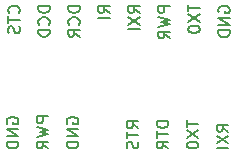
<source format=gbr>
G04 #@! TF.GenerationSoftware,KiCad,Pcbnew,(5.0.1)-3*
G04 #@! TF.CreationDate,2019-07-27T12:32:00+01:00*
G04 #@! TF.ProjectId,UsbToSerial,557362546F53657269616C2E6B696361,rev?*
G04 #@! TF.SameCoordinates,Original*
G04 #@! TF.FileFunction,Legend,Bot*
G04 #@! TF.FilePolarity,Positive*
%FSLAX46Y46*%
G04 Gerber Fmt 4.6, Leading zero omitted, Abs format (unit mm)*
G04 Created by KiCad (PCBNEW (5.0.1)-3) date 27/07/2019 12:32:00*
%MOMM*%
%LPD*%
G01*
G04 APERTURE LIST*
%ADD10C,0.150000*%
G04 APERTURE END LIST*
D10*
X110117000Y-74588762D02*
X110069380Y-74493524D01*
X110069380Y-74350667D01*
X110117000Y-74207809D01*
X110212238Y-74112571D01*
X110307476Y-74064952D01*
X110497952Y-74017333D01*
X110640809Y-74017333D01*
X110831285Y-74064952D01*
X110926523Y-74112571D01*
X111021761Y-74207809D01*
X111069380Y-74350667D01*
X111069380Y-74445905D01*
X111021761Y-74588762D01*
X110974142Y-74636381D01*
X110640809Y-74636381D01*
X110640809Y-74445905D01*
X111069380Y-75064952D02*
X110069380Y-75064952D01*
X111069380Y-75636381D01*
X110069380Y-75636381D01*
X111069380Y-76112571D02*
X110069380Y-76112571D01*
X110069380Y-76350667D01*
X110117000Y-76493524D01*
X110212238Y-76588762D01*
X110307476Y-76636381D01*
X110497952Y-76684000D01*
X110640809Y-76684000D01*
X110831285Y-76636381D01*
X110926523Y-76588762D01*
X111021761Y-76493524D01*
X111069380Y-76350667D01*
X111069380Y-76112571D01*
X105989380Y-74064952D02*
X104989380Y-74064952D01*
X104989380Y-74445905D01*
X105037000Y-74541143D01*
X105084619Y-74588762D01*
X105179857Y-74636381D01*
X105322714Y-74636381D01*
X105417952Y-74588762D01*
X105465571Y-74541143D01*
X105513190Y-74445905D01*
X105513190Y-74064952D01*
X104989380Y-74969714D02*
X105989380Y-75207809D01*
X105275095Y-75398286D01*
X105989380Y-75588762D01*
X104989380Y-75826857D01*
X105989380Y-76779238D02*
X105513190Y-76445905D01*
X105989380Y-76207809D02*
X104989380Y-76207809D01*
X104989380Y-76588762D01*
X105037000Y-76684000D01*
X105084619Y-76731619D01*
X105179857Y-76779238D01*
X105322714Y-76779238D01*
X105417952Y-76731619D01*
X105465571Y-76684000D01*
X105513190Y-76588762D01*
X105513190Y-76207809D01*
X107529380Y-73922095D02*
X107529380Y-74493524D01*
X108529380Y-74207810D02*
X107529380Y-74207810D01*
X107529380Y-74731619D02*
X108529380Y-75398286D01*
X107529380Y-75398286D02*
X108529380Y-74731619D01*
X107529380Y-75969714D02*
X107529380Y-76064952D01*
X107577000Y-76160191D01*
X107624619Y-76207810D01*
X107719857Y-76255429D01*
X107910333Y-76303048D01*
X108148428Y-76303048D01*
X108338904Y-76255429D01*
X108434142Y-76207810D01*
X108481761Y-76160191D01*
X108529380Y-76064952D01*
X108529380Y-75969714D01*
X108481761Y-75874476D01*
X108434142Y-75826857D01*
X108338904Y-75779238D01*
X108148428Y-75731619D01*
X107910333Y-75731619D01*
X107719857Y-75779238D01*
X107624619Y-75826857D01*
X107577000Y-75874476D01*
X107529380Y-75969714D01*
X110942380Y-84677286D02*
X110466190Y-84343952D01*
X110942380Y-84105857D02*
X109942380Y-84105857D01*
X109942380Y-84486809D01*
X109990000Y-84582048D01*
X110037619Y-84629667D01*
X110132857Y-84677286D01*
X110275714Y-84677286D01*
X110370952Y-84629667D01*
X110418571Y-84582048D01*
X110466190Y-84486809D01*
X110466190Y-84105857D01*
X109942380Y-85010619D02*
X110942380Y-85677286D01*
X109942380Y-85677286D02*
X110942380Y-85010619D01*
X110942380Y-86058238D02*
X109942380Y-86058238D01*
X103449380Y-74636381D02*
X102973190Y-74303047D01*
X103449380Y-74064952D02*
X102449380Y-74064952D01*
X102449380Y-74445904D01*
X102497000Y-74541143D01*
X102544619Y-74588762D01*
X102639857Y-74636381D01*
X102782714Y-74636381D01*
X102877952Y-74588762D01*
X102925571Y-74541143D01*
X102973190Y-74445904D01*
X102973190Y-74064952D01*
X102449380Y-74969714D02*
X103449380Y-75636381D01*
X102449380Y-75636381D02*
X103449380Y-74969714D01*
X103449380Y-76017333D02*
X102449380Y-76017333D01*
X100909380Y-74636380D02*
X100433190Y-74303047D01*
X100909380Y-74064952D02*
X99909380Y-74064952D01*
X99909380Y-74445904D01*
X99957000Y-74541142D01*
X100004619Y-74588761D01*
X100099857Y-74636380D01*
X100242714Y-74636380D01*
X100337952Y-74588761D01*
X100385571Y-74541142D01*
X100433190Y-74445904D01*
X100433190Y-74064952D01*
X100909380Y-75064952D02*
X99909380Y-75064952D01*
X98369380Y-74064952D02*
X97369380Y-74064952D01*
X97369380Y-74303047D01*
X97417000Y-74445904D01*
X97512238Y-74541142D01*
X97607476Y-74588761D01*
X97797952Y-74636380D01*
X97940809Y-74636380D01*
X98131285Y-74588761D01*
X98226523Y-74541142D01*
X98321761Y-74445904D01*
X98369380Y-74303047D01*
X98369380Y-74064952D01*
X98274142Y-75636380D02*
X98321761Y-75588761D01*
X98369380Y-75445904D01*
X98369380Y-75350666D01*
X98321761Y-75207809D01*
X98226523Y-75112571D01*
X98131285Y-75064952D01*
X97940809Y-75017333D01*
X97797952Y-75017333D01*
X97607476Y-75064952D01*
X97512238Y-75112571D01*
X97417000Y-75207809D01*
X97369380Y-75350666D01*
X97369380Y-75445904D01*
X97417000Y-75588761D01*
X97464619Y-75636380D01*
X98369380Y-76636380D02*
X97893190Y-76303047D01*
X98369380Y-76064952D02*
X97369380Y-76064952D01*
X97369380Y-76445904D01*
X97417000Y-76541142D01*
X97464619Y-76588761D01*
X97559857Y-76636380D01*
X97702714Y-76636380D01*
X97797952Y-76588761D01*
X97845571Y-76541142D01*
X97893190Y-76445904D01*
X97893190Y-76064952D01*
X95829380Y-74064952D02*
X94829380Y-74064952D01*
X94829380Y-74303047D01*
X94877000Y-74445904D01*
X94972238Y-74541142D01*
X95067476Y-74588761D01*
X95257952Y-74636380D01*
X95400809Y-74636380D01*
X95591285Y-74588761D01*
X95686523Y-74541142D01*
X95781761Y-74445904D01*
X95829380Y-74303047D01*
X95829380Y-74064952D01*
X95734142Y-75636380D02*
X95781761Y-75588761D01*
X95829380Y-75445904D01*
X95829380Y-75350666D01*
X95781761Y-75207809D01*
X95686523Y-75112571D01*
X95591285Y-75064952D01*
X95400809Y-75017333D01*
X95257952Y-75017333D01*
X95067476Y-75064952D01*
X94972238Y-75112571D01*
X94877000Y-75207809D01*
X94829380Y-75350666D01*
X94829380Y-75445904D01*
X94877000Y-75588761D01*
X94924619Y-75636380D01*
X95829380Y-76064952D02*
X94829380Y-76064952D01*
X94829380Y-76303047D01*
X94877000Y-76445904D01*
X94972238Y-76541142D01*
X95067476Y-76588761D01*
X95257952Y-76636380D01*
X95400809Y-76636380D01*
X95591285Y-76588761D01*
X95686523Y-76541142D01*
X95781761Y-76445904D01*
X95829380Y-76303047D01*
X95829380Y-76064952D01*
X93194142Y-74636380D02*
X93241761Y-74588761D01*
X93289380Y-74445904D01*
X93289380Y-74350666D01*
X93241761Y-74207809D01*
X93146523Y-74112571D01*
X93051285Y-74064952D01*
X92860809Y-74017333D01*
X92717952Y-74017333D01*
X92527476Y-74064952D01*
X92432238Y-74112571D01*
X92337000Y-74207809D01*
X92289380Y-74350666D01*
X92289380Y-74445904D01*
X92337000Y-74588761D01*
X92384619Y-74636380D01*
X92289380Y-74922095D02*
X92289380Y-75493523D01*
X93289380Y-75207809D02*
X92289380Y-75207809D01*
X93241761Y-75779238D02*
X93289380Y-75922095D01*
X93289380Y-76160190D01*
X93241761Y-76255428D01*
X93194142Y-76303047D01*
X93098904Y-76350666D01*
X93003666Y-76350666D01*
X92908428Y-76303047D01*
X92860809Y-76255428D01*
X92813190Y-76160190D01*
X92765571Y-75969714D01*
X92717952Y-75874476D01*
X92670333Y-75826857D01*
X92575095Y-75779238D01*
X92479857Y-75779238D01*
X92384619Y-75826857D01*
X92337000Y-75874476D01*
X92289380Y-75969714D01*
X92289380Y-76207809D01*
X92337000Y-76350666D01*
X107402380Y-83724904D02*
X107402380Y-84296333D01*
X108402380Y-84010619D02*
X107402380Y-84010619D01*
X107402380Y-84534428D02*
X108402380Y-85201095D01*
X107402380Y-85201095D02*
X108402380Y-84534428D01*
X107402380Y-85772523D02*
X107402380Y-85867761D01*
X107450000Y-85963000D01*
X107497619Y-86010619D01*
X107592857Y-86058238D01*
X107783333Y-86105857D01*
X108021428Y-86105857D01*
X108211904Y-86058238D01*
X108307142Y-86010619D01*
X108354761Y-85963000D01*
X108402380Y-85867761D01*
X108402380Y-85772523D01*
X108354761Y-85677285D01*
X108307142Y-85629666D01*
X108211904Y-85582047D01*
X108021428Y-85534428D01*
X107783333Y-85534428D01*
X107592857Y-85582047D01*
X107497619Y-85629666D01*
X107450000Y-85677285D01*
X107402380Y-85772523D01*
X105862380Y-83772523D02*
X104862380Y-83772523D01*
X104862380Y-84010619D01*
X104910000Y-84153476D01*
X105005238Y-84248714D01*
X105100476Y-84296333D01*
X105290952Y-84343952D01*
X105433809Y-84343952D01*
X105624285Y-84296333D01*
X105719523Y-84248714D01*
X105814761Y-84153476D01*
X105862380Y-84010619D01*
X105862380Y-83772523D01*
X104862380Y-84629666D02*
X104862380Y-85201095D01*
X105862380Y-84915381D02*
X104862380Y-84915381D01*
X105862380Y-86105857D02*
X105386190Y-85772523D01*
X105862380Y-85534428D02*
X104862380Y-85534428D01*
X104862380Y-85915381D01*
X104910000Y-86010619D01*
X104957619Y-86058238D01*
X105052857Y-86105857D01*
X105195714Y-86105857D01*
X105290952Y-86058238D01*
X105338571Y-86010619D01*
X105386190Y-85915381D01*
X105386190Y-85534428D01*
X103322380Y-84391570D02*
X102846190Y-84058237D01*
X103322380Y-83820142D02*
X102322380Y-83820142D01*
X102322380Y-84201094D01*
X102370000Y-84296332D01*
X102417619Y-84343951D01*
X102512857Y-84391570D01*
X102655714Y-84391570D01*
X102750952Y-84343951D01*
X102798571Y-84296332D01*
X102846190Y-84201094D01*
X102846190Y-83820142D01*
X102322380Y-84677285D02*
X102322380Y-85248713D01*
X103322380Y-84962999D02*
X102322380Y-84962999D01*
X103274761Y-85534428D02*
X103322380Y-85677285D01*
X103322380Y-85915380D01*
X103274761Y-86010618D01*
X103227142Y-86058237D01*
X103131904Y-86105856D01*
X103036666Y-86105856D01*
X102941428Y-86058237D01*
X102893809Y-86010618D01*
X102846190Y-85915380D01*
X102798571Y-85724904D01*
X102750952Y-85629666D01*
X102703333Y-85582047D01*
X102608095Y-85534428D01*
X102512857Y-85534428D01*
X102417619Y-85582047D01*
X102370000Y-85629666D01*
X102322380Y-85724904D01*
X102322380Y-85962999D01*
X102370000Y-86105856D01*
X97290000Y-84010619D02*
X97242380Y-83915381D01*
X97242380Y-83772524D01*
X97290000Y-83629666D01*
X97385238Y-83534428D01*
X97480476Y-83486809D01*
X97670952Y-83439190D01*
X97813809Y-83439190D01*
X98004285Y-83486809D01*
X98099523Y-83534428D01*
X98194761Y-83629666D01*
X98242380Y-83772524D01*
X98242380Y-83867762D01*
X98194761Y-84010619D01*
X98147142Y-84058238D01*
X97813809Y-84058238D01*
X97813809Y-83867762D01*
X98242380Y-84486809D02*
X97242380Y-84486809D01*
X98242380Y-85058238D01*
X97242380Y-85058238D01*
X98242380Y-85534428D02*
X97242380Y-85534428D01*
X97242380Y-85772524D01*
X97290000Y-85915381D01*
X97385238Y-86010619D01*
X97480476Y-86058238D01*
X97670952Y-86105857D01*
X97813809Y-86105857D01*
X98004285Y-86058238D01*
X98099523Y-86010619D01*
X98194761Y-85915381D01*
X98242380Y-85772524D01*
X98242380Y-85534428D01*
X95702380Y-83391571D02*
X94702380Y-83391571D01*
X94702380Y-83772524D01*
X94750000Y-83867762D01*
X94797619Y-83915381D01*
X94892857Y-83963000D01*
X95035714Y-83963000D01*
X95130952Y-83915381D01*
X95178571Y-83867762D01*
X95226190Y-83772524D01*
X95226190Y-83391571D01*
X94702380Y-84296333D02*
X95702380Y-84534428D01*
X94988095Y-84724905D01*
X95702380Y-84915381D01*
X94702380Y-85153476D01*
X95702380Y-86105857D02*
X95226190Y-85772524D01*
X95702380Y-85534428D02*
X94702380Y-85534428D01*
X94702380Y-85915381D01*
X94750000Y-86010619D01*
X94797619Y-86058238D01*
X94892857Y-86105857D01*
X95035714Y-86105857D01*
X95130952Y-86058238D01*
X95178571Y-86010619D01*
X95226190Y-85915381D01*
X95226190Y-85534428D01*
X92210000Y-84010619D02*
X92162380Y-83915381D01*
X92162380Y-83772524D01*
X92210000Y-83629666D01*
X92305238Y-83534428D01*
X92400476Y-83486809D01*
X92590952Y-83439190D01*
X92733809Y-83439190D01*
X92924285Y-83486809D01*
X93019523Y-83534428D01*
X93114761Y-83629666D01*
X93162380Y-83772524D01*
X93162380Y-83867762D01*
X93114761Y-84010619D01*
X93067142Y-84058238D01*
X92733809Y-84058238D01*
X92733809Y-83867762D01*
X93162380Y-84486809D02*
X92162380Y-84486809D01*
X93162380Y-85058238D01*
X92162380Y-85058238D01*
X93162380Y-85534428D02*
X92162380Y-85534428D01*
X92162380Y-85772524D01*
X92210000Y-85915381D01*
X92305238Y-86010619D01*
X92400476Y-86058238D01*
X92590952Y-86105857D01*
X92733809Y-86105857D01*
X92924285Y-86058238D01*
X93019523Y-86010619D01*
X93114761Y-85915381D01*
X93162380Y-85772524D01*
X93162380Y-85534428D01*
M02*

</source>
